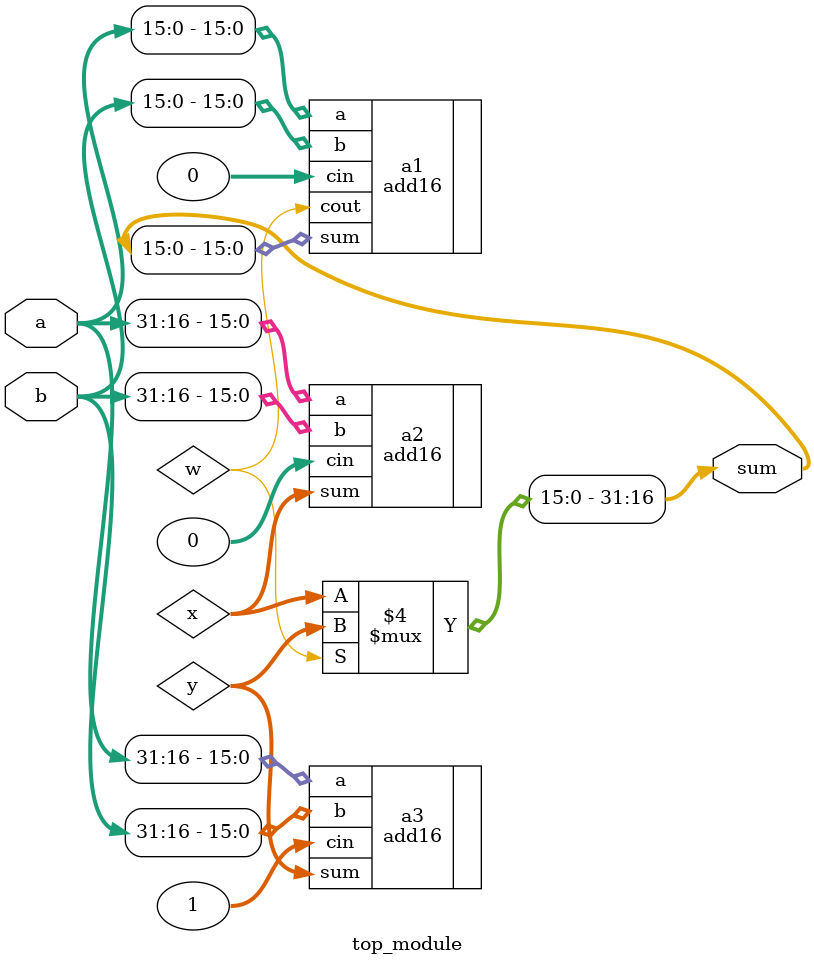
<source format=v>
module top_module(
    input [31:0] a,
    input [31:0] b,
    output [31:0] sum
);
    wire [15:0]x,y;
    wire w;
   
    add16 a1(.a(a[15:0]),.b(b[15:0]),.sum(sum[15:0]),.cin(0),.cout(w));
    add16 a2(.a(a[31:16]),.b(b[31:16]),.cin(0),.sum(x));
    add16 a3(.a(a[31:16]),.b(b[31:16]),.cin(1),.sum(y));
  
  assign sum[31:16] = w ? y : x;
endmodule
	
</source>
